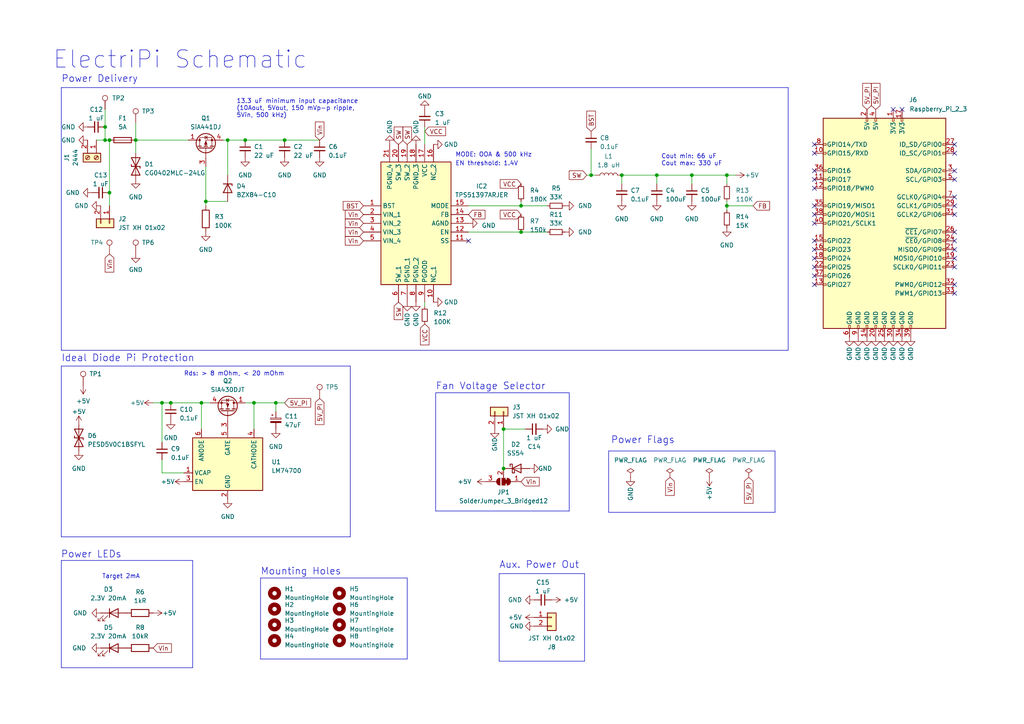
<source format=kicad_sch>
(kicad_sch (version 20230121) (generator eeschema)
  (paper "A4")
  (title_block (title "ElectriPi") (date "2022-07-11") (rev "1.0") (comment 1 "Designed By Sreenivas Eadara") (comment 2 "A Vector 3D Product"))
  (lib_symbols
    (symbol "Connector:Raspberry_Pi_2_3" (pin_names (offset 1.016))
      (property "Reference" "J" (at -17.78 31.75 0))
      (property "Value" "Raspberry_Pi_2_3" (at 10.16 -31.75 0))
      (symbol "Raspberry_Pi_2_3_1_1"
        (pin power_in line (at 2.54 33.02 270) (length 2.54) (name "3V3") (number "1"))
        (pin bidirectional line (at -20.32 20.32 0) (length 2.54) (name "GPIO15/RXD") (number "10"))
        (pin bidirectional line (at -20.32 12.7 0) (length 2.54) (name "GPIO17") (number "11"))
        (pin bidirectional line (at -20.32 10.16 0) (length 2.54) (name "GPIO18/PWM0") (number "12"))
        (pin bidirectional line (at -20.32 -17.78 0) (length 2.54) (name "GPIO27") (number "13"))
        (pin power_in line (at -5.08 -33.02 90) (length 2.54) (name "GND") (number "14"))
        (pin bidirectional line (at -20.32 -5.08 0) (length 2.54) (name "GPIO22") (number "15"))
        (pin bidirectional line (at -20.32 -7.62 0) (length 2.54) (name "GPIO23") (number "16"))
        (pin power_in line (at 5.08 33.02 270) (length 2.54) (name "3V3") (number "17"))
        (pin bidirectional line (at -20.32 -10.16 0) (length 2.54) (name "GPIO24") (number "18"))
        (pin bidirectional line (at 20.32 -10.16 180) (length 2.54) (name "MOSI0/GPIO10") (number "19"))
        (pin power_in line (at -5.08 33.02 270) (length 2.54) (name "5V") (number "2"))
        (pin power_in line (at -2.54 -33.02 90) (length 2.54) (name "GND") (number "20"))
        (pin bidirectional line (at 20.32 -7.62 180) (length 2.54) (name "MISO0/GPIO9") (number "21"))
        (pin bidirectional line (at -20.32 -12.7 0) (length 2.54) (name "GPIO25") (number "22"))
        (pin bidirectional line (at 20.32 -12.7 180) (length 2.54) (name "SCLK0/GPIO11") (number "23"))
        (pin bidirectional line (at 20.32 -5.08 180) (length 2.54) (name "~{CE0}/GPIO8") (number "24"))
        (pin power_in line (at 0 -33.02 90) (length 2.54) (name "GND") (number "25"))
        (pin bidirectional line (at 20.32 -2.54 180) (length 2.54) (name "~{CE1}/GPIO7") (number "26"))
        (pin bidirectional line (at 20.32 22.86 180) (length 2.54) (name "ID_SD/GPIO0") (number "27"))
        (pin bidirectional line (at 20.32 20.32 180) (length 2.54) (name "ID_SC/GPIO1") (number "28"))
        (pin bidirectional line (at 20.32 5.08 180) (length 2.54) (name "GCLK1/GPIO5") (number "29"))
        (pin bidirectional line (at 20.32 15.24 180) (length 2.54) (name "SDA/GPIO2") (number "3"))
        (pin power_in line (at 2.54 -33.02 90) (length 2.54) (name "GND") (number "30"))
        (pin bidirectional line (at 20.32 2.54 180) (length 2.54) (name "GCLK2/GPIO6") (number "31"))
        (pin bidirectional line (at 20.32 -17.78 180) (length 2.54) (name "PWM0/GPIO12") (number "32"))
        (pin bidirectional line (at 20.32 -20.32 180) (length 2.54) (name "PWM1/GPIO13") (number "33"))
        (pin power_in line (at 5.08 -33.02 90) (length 2.54) (name "GND") (number "34"))
        (pin bidirectional line (at -20.32 5.08 0) (length 2.54) (name "GPIO19/MISO1") (number "35"))
        (pin bidirectional line (at -20.32 15.24 0) (length 2.54) (name "GPIO16") (number "36"))
        (pin bidirectional line (at -20.32 -15.24 0) (length 2.54) (name "GPIO26") (number "37"))
        (pin bidirectional line (at -20.32 2.54 0) (length 2.54) (name "GPIO20/MOSI1") (number "38"))
        (pin power_in line (at 7.62 -33.02 90) (length 2.54) (name "GND") (number "39"))
        (pin power_in line (at -2.54 33.02 270) (length 2.54) (name "5V") (number "4"))
        (pin bidirectional line (at -20.32 0 0) (length 2.54) (name "GPIO21/SCLK1") (number "40"))
        (pin bidirectional line (at 20.32 12.7 180) (length 2.54) (name "SCL/GPIO3") (number "5"))
        (pin power_in line (at -10.16 -33.02 90) (length 2.54) (name "GND") (number "6"))
        (pin bidirectional line (at 20.32 7.62 180) (length 2.54) (name "GCLK0/GPIO4") (number "7"))
        (pin bidirectional line (at -20.32 22.86 0) (length 2.54) (name "GPIO14/TXD") (number "8"))
        (pin power_in line (at -7.62 -33.02 90) (length 2.54) (name "GND") (number "9"))
      )
    )
    (symbol "Connector:Screw_Terminal_01x02" (pin_names (offset 1.016) hide)
      (property "Reference" "J" (at 0 2.54 0))
      (property "Value" "Screw_Terminal_01x02" (at 0 -5.08 0))
      (symbol "Screw_Terminal_01x02_1_1"
        (pin passive line (at -5.08 0 0) (length 3.81) (name "Pin_1") (number "1"))
        (pin passive line (at -5.08 -2.54 0) (length 3.81) (name "Pin_2") (number "2"))
      )
    )
    (symbol "Connector:TestPoint" (pin_numbers hide) (pin_names (offset 0.762) hide)
      (property "Reference" "TP" (at 0 6.858 0))
      (property "Value" "TestPoint" (at 0 5.08 0))
      (symbol "TestPoint_1_1"
        (pin passive line (at 0 0 90) (length 2.54) (name "1") (number "1"))
      )
    )
    (symbol "Connector_Generic:Conn_01x02" (pin_names (offset 1.016) hide)
      (property "Reference" "J" (at 0 2.54 0))
      (property "Value" "Conn_01x02" (at 0 -5.08 0))
      (symbol "Conn_01x02_1_1"
        (pin passive line (at -5.08 0 0) (length 3.81) (name "Pin_1") (number "1"))
        (pin passive line (at -5.08 -2.54 0) (length 3.81) (name "Pin_2") (number "2"))
      )
    )
    (symbol "Device:C_Polarized_Small" (pin_numbers hide) (pin_names (offset 0.254) hide)
      (property "Reference" "C" (at 0.254 1.778 0))
      (property "Value" "C_Polarized_Small" (at 0.254 -2.032 0))
      (symbol "C_Polarized_Small_1_1"
        (pin passive line (at 0 2.54 270) (length 1.8542) (name "~") (number "1"))
        (pin passive line (at 0 -2.54 90) (length 1.8542) (name "~") (number "2"))
      )
    )
    (symbol "Device:C_Small" (pin_numbers hide) (pin_names (offset 0.254) hide)
      (property "Reference" "C" (at 0.254 1.778 0))
      (property "Value" "C_Small" (at 0.254 -2.032 0))
      (symbol "C_Small_1_1"
        (pin passive line (at 0 2.54 270) (length 2.032) (name "~") (number "1"))
        (pin passive line (at 0 -2.54 90) (length 2.032) (name "~") (number "2"))
      )
    )
    (symbol "Device:D_Schottky" (pin_numbers hide) (pin_names (offset 1.016) hide)
      (property "Reference" "D" (at 0 2.54 0))
      (property "Value" "D_Schottky" (at 0 -2.54 0))
      (symbol "D_Schottky_1_1"
        (pin passive line (at -3.81 0 0) (length 2.54) (name "K") (number "1"))
        (pin passive line (at 3.81 0 180) (length 2.54) (name "A") (number "2"))
      )
    )
    (symbol "Device:D_TVS" (pin_numbers hide) (pin_names (offset 1.016) hide)
      (property "Reference" "D" (at 0 2.54 0))
      (property "Value" "D_TVS" (at 0 -2.54 0))
      (symbol "D_TVS_1_1"
        (pin passive line (at -3.81 0 0) (length 2.54) (name "A1") (number "1"))
        (pin passive line (at 3.81 0 180) (length 2.54) (name "A2") (number "2"))
      )
    )
    (symbol "Device:Fuse" (pin_numbers hide) (pin_names (offset 0))
      (property "Reference" "F" (at 2.032 0 90))
      (property "Value" "Fuse" (at -1.905 0 90))
      (symbol "Fuse_1_1"
        (pin passive line (at 0 3.81 270) (length 1.27) (name "~") (number "1"))
        (pin passive line (at 0 -3.81 90) (length 1.27) (name "~") (number "2"))
      )
    )
    (symbol "Device:L" (pin_numbers hide) (pin_names (offset 1.016) hide)
      (property "Reference" "L" (at -1.27 0 90))
      (property "Value" "L" (at 1.905 0 90))
      (symbol "L_1_1"
        (pin passive line (at 0 3.81 270) (length 1.27) (name "1") (number "1"))
        (pin passive line (at 0 -3.81 90) (length 1.27) (name "2") (number "2"))
      )
    )
    (symbol "Device:LED" (pin_numbers hide) (pin_names (offset 1.016) hide)
      (property "Reference" "D" (at 0 2.54 0))
      (property "Value" "LED" (at 0 -2.54 0))
      (symbol "LED_1_1"
        (pin passive line (at -3.81 0 0) (length 2.54) (name "K") (number "1"))
        (pin passive line (at 3.81 0 180) (length 2.54) (name "A") (number "2"))
      )
    )
    (symbol "Device:R" (pin_numbers hide) (pin_names (offset 0))
      (property "Reference" "R" (at 2.032 0 90))
      (property "Value" "R" (at 0 0 90))
      (symbol "R_1_1"
        (pin passive line (at 0 3.81 270) (length 1.27) (name "~") (number "1"))
        (pin passive line (at 0 -3.81 90) (length 1.27) (name "~") (number "2"))
      )
    )
    (symbol "Device:R_Small" (pin_numbers hide) (pin_names (offset 0.254) hide)
      (property "Reference" "R" (at 0.762 0.508 0))
      (property "Value" "R_Small" (at 0.762 -1.016 0))
      (symbol "R_Small_1_1"
        (pin passive line (at 0 2.54 270) (length 0.762) (name "~") (number "1"))
        (pin passive line (at 0 -2.54 90) (length 0.762) (name "~") (number "2"))
      )
    )
    (symbol "Diode:BZX84Cxx" (pin_numbers hide) (pin_names hide)
      (property "Reference" "D" (at 0 3.81 0))
      (property "Value" "BZX84Cxx" (at 0 -3.81 0))
      (symbol "BZX84Cxx_1_1"
        (pin passive line (at 3.81 0 180) (length 2.54) (name "A") (number "1"))
        (pin no_connect line (at 1.27 0 180) (length 2.54) hide (name "NC") (number "2"))
        (pin passive line (at -3.81 0 0) (length 2.54) (name "K") (number "3"))
      )
    )
    (symbol "Jumper:SolderJumper_3_Bridged12" (pin_names (offset 0) hide)
      (property "Reference" "JP" (at -2.54 -2.54 0))
      (property "Value" "SolderJumper_3_Bridged12" (at 0 2.794 0))
      (symbol "SolderJumper_3_Bridged12_1_1"
        (pin passive line (at -5.08 0 0) (length 2.54) (name "A") (number "1"))
        (pin passive line (at 0 -3.81 90) (length 2.54) (name "C") (number "2"))
        (pin passive line (at 5.08 0 180) (length 2.54) (name "B") (number "3"))
      )
    )
    (symbol "Mechanical:MountingHole" (pin_names (offset 1.016))
      (property "Reference" "H" (at 0 5.08 0))
      (property "Value" "MountingHole" (at 0 3.175 0))
    )
    (symbol "Power_Management:LM74700"
      (property "Reference" "U" (at -9.525 -8.89 0))
      (property "Value" "LM74700" (at 7.62 -8.89 0))
      (symbol "LM74700_1_1"
        (pin passive line (at -12.7 -2.54 0) (length 2.54) (name "VCAP") (number "1"))
        (pin power_in line (at 0 -10.16 90) (length 2.54) (name "GND") (number "2"))
        (pin input line (at -12.7 -5.08 0) (length 2.54) (name "EN") (number "3"))
        (pin input line (at 7.62 10.16 270) (length 2.54) (name "CATHODE") (number "4"))
        (pin output line (at 0 10.16 270) (length 2.54) (name "GATE") (number "5"))
        (pin power_in line (at -7.62 10.16 270) (length 2.54) (name "ANODE") (number "6"))
      )
    )
    (symbol "TPS51397ARJER_1"
      (property "Reference" "IC" (at 26.67 17.78 0))
      (property "Value" "TPS51397ARJER" (at 26.67 15.24 0))
      (symbol "TPS51397ARJER_1_1_1"
        (pin passive line (at 0 0 0) (length 5.08) (name "BST") (number "1"))
        (pin passive line (at 20.32 -27.94 90) (length 5.08) (name "NC_1") (number "10"))
        (pin passive line (at 30.48 -10.16 180) (length 5.08) (name "SS") (number "11"))
        (pin passive line (at 30.48 -7.62 180) (length 5.08) (name "EN") (number "12"))
        (pin passive line (at 30.48 -5.08 180) (length 5.08) (name "AGND") (number "13"))
        (pin passive line (at 30.48 -2.54 180) (length 5.08) (name "FB") (number "14"))
        (pin passive line (at 30.48 0 180) (length 5.08) (name "MODE") (number "15"))
        (pin passive line (at 20.32 17.78 270) (length 5.08) (name "NC_2") (number "16"))
        (pin passive line (at 17.78 17.78 270) (length 5.08) (name "VCC") (number "17"))
        (pin passive line (at 15.24 17.78 270) (length 5.08) (name "PGND_3") (number "18"))
        (pin passive line (at 12.7 17.78 270) (length 5.08) (name "SW_2") (number "19"))
        (pin passive line (at 0 -2.54 0) (length 5.08) (name "VIN_1") (number "2"))
        (pin passive line (at 10.16 17.78 270) (length 5.08) (name "SW_3") (number "20"))
        (pin passive line (at 7.62 17.78 270) (length 5.08) (name "PGND_4") (number "21"))
        (pin passive line (at 0 -5.08 0) (length 5.08) (name "VIN_2") (number "3"))
        (pin passive line (at 0 -7.62 0) (length 5.08) (name "VIN_3") (number "4"))
        (pin passive line (at 0 -10.16 0) (length 5.08) (name "VIN_4") (number "5"))
        (pin passive line (at 10.16 -27.94 90) (length 5.08) (name "SW_1") (number "6"))
        (pin passive line (at 12.7 -27.94 90) (length 5.08) (name "PGND_1") (number "7"))
        (pin passive line (at 15.24 -27.94 90) (length 5.08) (name "PGND_2") (number "8"))
        (pin passive line (at 17.78 -27.94 90) (length 5.08) (name "PGOOD") (number "9"))
      )
    )
    (symbol "Transistor_FET:SiA430DJT" (pin_names hide)
      (property "Reference" "Q" (at 5.08 1.905 0))
      (property "Value" "SiA430DJT" (at 5.08 0 0))
      (symbol "SiA430DJT_1_1"
        (pin passive line (at 2.54 5.08 270) (length 2.54) (name "D") (number "1"))
        (pin passive line (at -5.08 0 0) (length 2.54) (name "G") (number "3"))
        (pin passive line (at 2.54 -5.08 90) (length 2.54) (name "S") (number "4"))
      )
    )
    (symbol "Transistor_FET:SiA449DJ" (pin_names hide)
      (property "Reference" "Q" (at 5.08 1.905 0))
      (property "Value" "SiA449DJ" (at 5.08 0 0))
      (symbol "SiA449DJ_1_1"
        (pin passive line (at 2.54 5.08 270) (length 2.54) (name "D") (number "1"))
        (pin passive line (at -5.08 0 0) (length 2.54) (name "G") (number "3"))
        (pin passive line (at 2.54 -5.08 90) (length 2.54) (name "S") (number "4"))
      )
    )
    (symbol "power:+5V" (power) (pin_names (offset 0))
      (property "Value" "+5V" (at 0 3.556 0))
      (symbol "+5V_1_1"
        (pin power_in line (at 0 0 90) (length 0) hide (name "+5V") (number "1"))
      )
    )
    (symbol "power:GND" (power) (pin_names (offset 0))
      (property "Value" "GND" (at 0 -3.81 0))
      (symbol "GND_1_1"
        (pin power_in line (at 0 0 270) (length 0) hide (name "GND") (number "1"))
      )
    )
    (symbol "power:PWR_FLAG" (power) (pin_numbers hide) (pin_names (offset 0) hide)
      (property "Value" "PWR_FLAG" (at 0 3.81 0))
      (symbol "PWR_FLAG_0_0"
        (pin power_out line (at 0 0 90) (length 0) (name "pwr") (number "1"))
      )
    )
  )
  (junction (at 210.82 59.69))
  (junction (at 151.13 67.31))
  (junction (at 80.01 116.84))
  (junction (at 39.37 40.64))
  (junction (at 46.99 116.84))
  (junction (at 31.75 55.88))
  (junction (at 210.82 50.8))
  (junction (at 59.69 58.42))
  (junction (at 151.13 59.69))
  (junction (at 82.55 40.64))
  (junction (at 180.34 50.8))
  (junction (at 146.05 135.89))
  (junction (at 30.48 36.83))
  (junction (at 31.75 40.64))
  (junction (at 66.04 40.64))
  (junction (at 49.53 116.84))
  (junction (at 146.05 124.46))
  (junction (at 171.45 50.8))
  (junction (at 71.12 40.64))
  (junction (at 73.66 116.84))
  (junction (at 190.5 50.8))
  (junction (at 30.48 40.64))
  (junction (at 58.42 116.84))
  (junction (at 200.66 50.8))
  (no_connect (at 259.08 31.75))
  (no_connect (at 276.86 41.91))
  (no_connect (at 276.86 44.45))
  (no_connect (at 236.22 82.55))
  (no_connect (at 236.22 74.93))
  (no_connect (at 236.22 72.39))
  (no_connect (at 236.22 77.47))
  (no_connect (at 236.22 80.01))
  (no_connect (at 236.22 64.77))
  (no_connect (at 236.22 59.69))
  (no_connect (at 236.22 69.85))
  (no_connect (at 236.22 62.23))
  (no_connect (at 236.22 54.61))
  (no_connect (at 276.86 85.09))
  (no_connect (at 276.86 59.69))
  (no_connect (at 276.86 62.23))
  (no_connect (at 276.86 57.15))
  (no_connect (at 276.86 82.55))
  (no_connect (at 276.86 67.31))
  (no_connect (at 236.22 49.53))
  (no_connect (at 236.22 52.07))
  (no_connect (at 276.86 69.85))
  (no_connect (at 276.86 72.39))
  (no_connect (at 276.86 74.93))
  (no_connect (at 276.86 77.47))
  (no_connect (at 236.22 41.91))
  (no_connect (at 236.22 44.45))
  (no_connect (at 261.62 31.75))
  (no_connect (at 276.86 49.53))
  (no_connect (at 276.86 52.07))
  (no_connect (at 135.89 69.85))
  (wire (pts (xy 151.13 58.42) (xy 151.13 59.69)))
  (wire (pts (xy 210.82 53.34) (xy 210.82 50.8)))
  (polyline (pts (xy 75.565 167.64) (xy 118.11 167.64)))
  (wire (pts (xy 151.13 67.31) (xy 158.75 67.31)))
  (polyline (pts (xy 144.78 166.37) (xy 144.78 191.77)))
  (wire (pts (xy 190.5 50.8) (xy 200.66 50.8)))
  (wire (pts (xy 73.66 116.84) (xy 80.01 116.84)))
  (wire (pts (xy 146.05 124.46) (xy 152.4 124.46)))
  (wire (pts (xy 135.89 59.69) (xy 151.13 59.69)))
  (wire (pts (xy 180.34 50.8) (xy 180.34 53.34)))
  (wire (pts (xy 46.99 116.84) (xy 49.53 116.84)))
  (wire (pts (xy 64.77 40.64) (xy 66.04 40.64)))
  (wire (pts (xy 171.45 50.8) (xy 172.72 50.8)))
  (wire (pts (xy 27.94 40.64) (xy 30.48 40.64)))
  (polyline (pts (xy 17.78 25.4) (xy 228.6 25.4)))
  (wire (pts (xy 66.04 40.64) (xy 66.04 50.8)))
  (wire (pts (xy 39.37 40.64) (xy 39.37 44.45)))
  (wire (pts (xy 49.53 116.84) (xy 58.42 116.84)))
  (wire (pts (xy 59.69 58.42) (xy 59.69 48.26)))
  (wire (pts (xy 170.18 50.8) (xy 171.45 50.8)))
  (wire (pts (xy 158.75 59.69) (xy 151.13 59.69)))
  (polyline (pts (xy 55.88 193.675) (xy 55.88 162.56)))
  (wire (pts (xy 59.69 58.42) (xy 59.69 59.69)))
  (polyline (pts (xy 17.78 106.172) (xy 101.6 106.172)))
  (polyline (pts (xy 176.53 130.81) (xy 224.79 130.81)))
  (wire (pts (xy 31.75 59.69) (xy 31.75 55.88)))
  (wire (pts (xy 30.48 36.83) (xy 30.48 40.64)))
  (polyline (pts (xy 17.78 193.675) (xy 55.88 193.675)))
  (wire (pts (xy 73.66 116.84) (xy 71.12 116.84)))
  (polyline (pts (xy 228.6 101.6) (xy 17.78 101.6)))
  (polyline (pts (xy 165.1 148.209) (xy 126.365 148.209)))
  (wire (pts (xy 39.37 35.56) (xy 39.37 40.64)))
  (wire (pts (xy 30.48 31.75) (xy 30.48 36.83)))
  (wire (pts (xy 44.45 116.84) (xy 46.99 116.84)))
  (wire (pts (xy 171.45 43.18) (xy 171.45 50.8)))
  (polyline (pts (xy 165.1 113.919) (xy 165.1 148.209)))
  (polyline (pts (xy 17.78 25.4) (xy 17.78 101.6)))
  (wire (pts (xy 58.42 116.84) (xy 58.42 124.46)))
  (wire (pts (xy 200.66 50.8) (xy 200.66 53.34)))
  (wire (pts (xy 190.5 50.8) (xy 190.5 53.34)))
  (wire (pts (xy 46.99 137.16) (xy 53.34 137.16)))
  (polyline (pts (xy 17.78 162.56) (xy 55.88 162.56)))
  (polyline (pts (xy 101.6 155.702) (xy 17.78 155.702)))
  (wire (pts (xy 180.34 50.8) (xy 190.5 50.8)))
  (wire (pts (xy 31.75 40.64) (xy 30.48 40.64)))
  (polyline (pts (xy 228.6 25.4) (xy 228.6 101.6)))
  (polyline (pts (xy 144.78 166.37) (xy 169.545 166.37)))
  (polyline (pts (xy 17.78 162.56) (xy 17.78 193.675)))
  (polyline (pts (xy 75.565 167.64) (xy 75.565 191.135)))
  (polyline (pts (xy 118.11 167.64) (xy 118.11 191.135)))
  (wire (pts (xy 46.99 116.84) (xy 46.99 128.27)))
  (wire (pts (xy 73.66 116.84) (xy 73.66 124.46)))
  (polyline (pts (xy 101.6 106.172) (xy 101.6 155.702)))
  (wire (pts (xy 123.19 88.9) (xy 123.19 87.63)))
  (polyline (pts (xy 224.79 148.59) (xy 176.53 148.59)))
  (wire (pts (xy 82.55 116.84) (xy 80.01 116.84)))
  (wire (pts (xy 146.05 124.46) (xy 146.05 135.89)))
  (polyline (pts (xy 176.53 130.81) (xy 176.53 148.59)))
  (polyline (pts (xy 169.545 191.77) (xy 144.78 191.77)))
  (wire (pts (xy 210.82 50.8) (xy 213.36 50.8)))
  (wire (pts (xy 210.82 59.69) (xy 210.82 60.96)))
  (wire (pts (xy 200.66 50.8) (xy 210.82 50.8)))
  (wire (pts (xy 59.69 58.42) (xy 66.04 58.42)))
  (polyline (pts (xy 169.545 166.37) (xy 169.545 191.77)))
  (wire (pts (xy 210.82 58.42) (xy 210.82 59.69)))
  (polyline (pts (xy 17.78 106.172) (xy 17.78 155.702)))
  (polyline (pts (xy 118.11 191.135) (xy 75.565 191.135)))
  (wire (pts (xy 39.37 40.64) (xy 54.61 40.64)))
  (wire (pts (xy 80.01 119.38) (xy 80.01 116.84)))
  (wire (pts (xy 71.12 40.64) (xy 66.04 40.64)))
  (wire (pts (xy 31.75 55.88) (xy 31.75 40.64)))
  (wire (pts (xy 46.99 133.35) (xy 46.99 137.16)))
  (wire (pts (xy 135.89 67.31) (xy 151.13 67.31)))
  (polyline (pts (xy 126.365 113.919) (xy 126.365 148.209)))
  (wire (pts (xy 82.55 40.64) (xy 71.12 40.64)))
  (wire (pts (xy 218.44 59.69) (xy 210.82 59.69)))
  (polyline (pts (xy 126.365 113.919) (xy 165.1 113.919)))
  (wire (pts (xy 123.19 36.83) (xy 123.19 41.91)))
  (polyline (pts (xy 224.79 130.81) (xy 224.79 148.59)))
  (wire (pts (xy 58.42 116.84) (xy 60.96 116.84)))
  (wire (pts (xy 92.71 40.64) (xy 82.55 40.64)))
  (text "Ideal Diode Pi Protection" (at 17.78 105.156 0) (effects (font (size 2 2)) (justify left bottom)))
  (text "Mounting Holes" (at 75.565 167.005 0) (effects (font (size 2 2)) (justify left bottom)))
  (text "Target 2mA" (at 29.591 168.021 0) (effects (font (size 1.27 1.27)) (justify left bottom)))
  (text "Rds: > 8 mOhm, < 20 mOhm" (at 53.34 109.22 0) (effects (font (size 1.27 1.27)) (justify left bottom)))
  (text "MODE: OOA & 500 kHz" (at 132.08 45.72 0) (effects (font (size 1.27 1.27)) (justify left bottom)))
  (text "Fan Voltage Selector" (at 126.365 113.284 0) (effects (font (size 2 2)) (justify left bottom)))
  (text "Cout min: 66 uF\nCout max: 330 uF" (at 191.77 48.26 0) (effects (font (size 1.27 1.27)) (justify left bottom)))
  (text "ElectriPi Schematic" (at 15.24 20.32 0) (effects (font (size 5 5)) (justify left bottom)))
  (text "13.3 uF minimum input capacitance\n(10Aout, 5Vout, 150 mVp-p ripple,\n5Vin, 500 kHz)" (at 68.58 34.29 0) (effects (font (size 1.27 1.27)) (justify left bottom)))
  (text "EN threshold: 1.4V" (at 132.08 48.26 0) (effects (font (size 1.27 1.27)) (justify left bottom)))
  (text "Aux. Power Out" (at 144.78 165.1 0) (effects (font (size 2 2)) (justify left bottom)))
  (text "Power Flags" (at 177.165 128.905 0) (effects (font (size 2 2)) (justify left bottom)))
  (text "Power LEDs" (at 17.653 162.052 0) (effects (font (size 2 2)) (justify left bottom)))
  (text "Power Delivery" (at 17.78 24.13 0) (effects (font (size 2 2)) (justify left bottom)))
  (global_label "5V_PI" (shape input) (at 92.71 115.57 270) (property "Intersheetrefs" "${INTERSHEET_REFS}" (effects hide)))
  (global_label "Vin" (shape input) (at 105.41 69.85 180) (property "Intersheetrefs" "${INTERSHEET_REFS}" (effects hide)))
  (global_label "SW" (shape input) (at 170.18 50.8 180) (property "Intersheetrefs" "${INTERSHEET_REFS}" (effects hide)))
  (global_label "5V_PI" (shape input) (at 217.17 138.43 270) (property "Intersheetrefs" "${INTERSHEET_REFS}" (effects hide)))
  (global_label "VCC" (shape input) (at 123.19 38.1 0) (property "Intersheetrefs" "${INTERSHEET_REFS}" (effects hide)))
  (global_label "Vin" (shape input) (at 105.41 64.77 180) (property "Intersheetrefs" "${INTERSHEET_REFS}" (effects hide)))
  (global_label "5V_PI" (shape input) (at 251.46 31.75 90) (property "Intersheetrefs" "${INTERSHEET_REFS}" (effects hide)))
  (global_label "5V_PI" (shape input) (at 82.55 116.84 0) (property "Intersheetrefs" "${INTERSHEET_REFS}" (effects hide)))
  (global_label "Vin" (shape input) (at 194.31 138.43 270) (property "Intersheetrefs" "${INTERSHEET_REFS}" (effects hide)))
  (global_label "SW" (shape input) (at 115.57 41.91 90) (property "Intersheetrefs" "${INTERSHEET_REFS}" (effects hide)))
  (global_label "Vin" (shape input) (at 105.41 67.31 180) (property "Intersheetrefs" "${INTERSHEET_REFS}" (effects hide)))
  (global_label "5V_PI" (shape input) (at 254 31.75 90) (property "Intersheetrefs" "${INTERSHEET_REFS}" (effects hide)))
  (global_label "VCC" (shape input) (at 123.19 93.98 270) (property "Intersheetrefs" "${INTERSHEET_REFS}" (effects hide)))
  (global_label "Vin" (shape input) (at 151.13 139.7 0) (property "Intersheetrefs" "${INTERSHEET_REFS}" (effects hide)))
  (global_label "FB" (shape input) (at 218.44 59.69 0) (property "Intersheetrefs" "${INTERSHEET_REFS}" (effects hide)))
  (global_label "VCC" (shape input) (at 151.13 53.34 180) (property "Intersheetrefs" "${INTERSHEET_REFS}" (effects hide)))
  (global_label "VCC" (shape input) (at 151.13 62.23 180) (property "Intersheetrefs" "${INTERSHEET_REFS}" (effects hide)))
  (global_label "SW" (shape input) (at 118.11 41.91 90) (property "Intersheetrefs" "${INTERSHEET_REFS}" (effects hide)))
  (global_label "Vin" (shape input) (at 105.41 62.23 180) (property "Intersheetrefs" "${INTERSHEET_REFS}" (effects hide)))
  (global_label "BST" (shape input) (at 105.41 59.69 180) (property "Intersheetrefs" "${INTERSHEET_REFS}" (effects hide)))
  (global_label "Vin" (shape input) (at 31.75 73.66 270) (property "Intersheetrefs" "${INTERSHEET_REFS}" (effects hide)))
  (global_label "BST" (shape input) (at 171.45 38.1 90) (property "Intersheetrefs" "${INTERSHEET_REFS}" (effects hide)))
  (global_label "SW" (shape input) (at 115.57 87.63 270) (property "Intersheetrefs" "${INTERSHEET_REFS}" (effects hide)))
  (global_label "Vin" (shape input) (at 92.71 40.64 90) (property "Intersheetrefs" "${INTERSHEET_REFS}" (effects hide)))
  (global_label "Vin" (shape input) (at 44.45 187.96 0) (property "Intersheetrefs" "${INTERSHEET_REFS}" (effects hide)))
  (global_label "FB" (shape input) (at 135.89 62.23 0) (property "Intersheetrefs" "${INTERSHEET_REFS}" (effects hide)))
  (symbol (lib_id "Connector:TestPoint") (at 39.37 35.56 0) (unit 1)
    (property "Reference" "TP3" (at 41.148 32.2579 0) (effects (justify left)))
    (property "Value" "TestPoint" (effects hide))
    (property "Footprint" "TestPoint:TestPoint_Pad_D1.5mm" (effects hide))
  )
  (symbol (lib_id "power:GND") (at 25.4 40.64 270) (unit 1)
    (property "Reference" "#PWR01" (effects hide))
    (property "Value" "GND" (at 17.78 40.64 90) (effects (justify left)))
  )
  (symbol (lib_id "power:GND") (at 210.82 66.04 0) (unit 1)
    (property "Reference" "#PWR035" (effects hide))
    (property "Value" "GND" (at 210.82 71.12 0))
  )
  (symbol (lib_id "Device:C_Small") (at 92.71 43.18 0) (unit 1)
    (property "Reference" "C6" (at 95.25 42.5513 0) (effects (justify left)))
    (property "Value" "0.1uF" (at 95.25 45.0913 0) (effects (justify left)))
    (property "Footprint" "Capacitor_SMD:C_0402_1005Metric" (effects hide))
  )
  (symbol (lib_id "power:GND") (at 254 97.79 0) (unit 1)
    (property "Reference" "#PWR022" (effects hide))
    (property "Value" "GND" (at 254 102.616 90))
  )
  (symbol (lib_id "power:GND") (at 71.12 45.72 0) (unit 1)
    (property "Reference" "#PWR030" (effects hide))
    (property "Value" "GND" (at 71.12 50.8 0))
  )
  (symbol (lib_id "Device:LED") (at 33.02 177.8 0) (unit 1)
    (property "Reference" "D3" (at 31.4325 170.942 0))
    (property "Value" "2.3V 20mA" (at 31.4325 173.482 0))
    (property "Footprint" "LED_SMD:LED_0603_1608Metric" (effects hide))
    (property "LCSC" "C72038" (effects hide))
    (property "PCBway" "19-213/Y2C-CQ2R2L/3T(CY)" (effects hide))
    (property "abv.Footprint" "0603" (effects hide))
    (property "ManfNum" "19-213/Y2C-CQ2R2L/3T(CY)" (effects hide))
  )
  (symbol (lib_id "Mechanical:MountingHole") (at 79.629 185.801 0) (unit 1) (in_bom no)
    (property "Reference" "H4" (at 82.55 184.5309 0) (effects (justify left)))
    (property "Value" "MountingHole" (at 82.55 187.0709 0) (effects (justify left)))
    (property "Footprint" "MountingHole:MountingHole_2.7mm_M2.5_DIN965_Pad" (effects hide))
  )
  (symbol (lib_name "TPS51397ARJER_1") (lib_id "TPS51397ARJER:TPS51397ARJER") (at 105.41 59.69 0) (unit 1)
    (property "Reference" "IC2" (at 139.7 54.0003 0))
    (property "Value" "TPS51397ARJER" (at 139.7 56.5403 0))
    (property "Footprint" "Package_DFN_QFN:QFN-20-1EP_3x3mm_P0.45mm_EP1.6x1.6mm_ThermalVias" (effects hide))
    (property "Datasheet" "https://www.ti.com/lit/gpn/tps51397a?HQS=ti-null-null-sf-df-pf-sep-wwe&DCM=yes" (effects hide))
    (property "Height" "1" (effects hide))
    (property "Manufacturer_Name" "Texas Instruments" (effects hide))
    (property "Manufacturer_Part_Number" "TPS51397ARJER" (effects hide))
    (property "Mouser Part Number" "595-TPS51397ARJER" (effects hide))
    (property "Mouser Price/Stock" "https://www.mouser.co.uk/ProductDetail/Texas-Instruments/TPS51397ARJER?qs=zW32dvEIR3tVIiXzefAlYA%3D%3D" (effects hide))
    (property "Arrow Part Number" "TPS51397ARJER" (effects hide))
    (property "Arrow Price/Stock" "https://www.arrow.com/en/products/tps51397arjer/texas-instruments?region=nac" (effects hide))
  )
  (symbol (lib_id "power:GND") (at 157.48 124.46 90) (unit 1)
    (property "Reference" "#PWR044" (effects hide))
    (property "Value" "GND" (at 165.1 124.46 90) (effects (justify left)))
  )
  (symbol (lib_id "power:+5V") (at 22.86 123.19 0) (unit 1)
    (property "Reference" "#PWR038" (effects hide))
    (property "Value" "+5V" (at 22.86 119.38 0))
  )
  (symbol (lib_id "power:GND") (at 39.37 52.07 0) (unit 1)
    (property "Reference" "#PWR018" (effects hide))
    (property "Value" "GND" (at 39.37 57.15 0))
  )
  (symbol (lib_id "power:GND") (at 113.03 41.91 180) (unit 1)
    (property "Reference" "#PWR012" (effects hide))
    (property "Value" "GND" (at 113.03 36.83 90))
  )
  (symbol (lib_id "Diode:BZX84Cxx") (at 66.04 54.61 270) (unit 1)
    (property "Reference" "D4" (at 68.58 53.975 90) (effects (justify left)))
    (property "Value" "BZX84-C10" (at 68.58 56.515 90) (effects (justify left)))
    (property "Footprint" "Package_TO_SOT_SMD:SOT-23" (effects hide))
    (property "Datasheet" "https://www.mouser.com/datasheet/2/916/BZX84_SER-1360291.pdf" (effects hide))
  )
  (symbol (lib_id "power:PWR_FLAG") (at 217.17 138.43 0) (unit 1)
    (property "Reference" "#FLG04" (effects hide))
    (property "Value" "PWR_FLAG" (at 217.17 133.477 0))
  )
  (symbol (lib_id "Connector_Generic:Conn_01x02") (at 146.05 119.38 270) (mirror x) (unit 1) (in_bom no)
    (property "Reference" "J3" (at 148.59 118.1099 90) (effects (justify left)))
    (property "Value" "JST XH 01x02" (at 148.59 120.6499 90) (effects (justify left)))
    (property "Footprint" "Connector_JST:JST_XH_B2B-XH-A_1x02_P2.50mm_Vertical" (effects hide))
    (property "LCSC" "C492456" (effects hide))
  )
  (symbol (lib_id "power:GND") (at 246.38 97.79 0) (unit 1)
    (property "Reference" "#PWR019" (effects hide))
    (property "Value" "GND" (at 246.38 102.616 90))
  )
  (symbol (lib_id "Device:C_Small") (at 180.34 55.88 0) (unit 1)
    (property "Reference" "C7" (at 182.88 55.2513 0) (effects (justify left)))
    (property "Value" "0.1uF" (at 182.88 57.7913 0) (effects (justify left)))
    (property "Footprint" "Capacitor_SMD:C_0402_1005Metric" (effects hide))
  )
  (symbol (lib_id "power:PWR_FLAG") (at 205.74 138.43 0) (unit 1)
    (property "Reference" "#FLG03" (effects hide))
    (property "Value" "PWR_FLAG" (at 205.74 133.477 0))
  )
  (symbol (lib_id "Device:C_Small") (at 190.5 55.88 0) (unit 1)
    (property "Reference" "C4" (at 193.04 55.2513 0) (effects (justify left)))
    (property "Value" "100uF" (at 193.04 57.7913 0) (effects (justify left)))
    (property "Footprint" "Capacitor_SMD:C_1206_3216Metric" (effects hide))
  )
  (symbol (lib_id "power:+5V") (at 213.36 50.8 270) (unit 1)
    (property "Reference" "#PWR053" (effects hide))
    (property "Value" "+5V" (at 220.091 50.8 90) (effects (justify right)))
  )
  (symbol (lib_id "Device:R_Small") (at 161.29 67.31 90) (unit 1)
    (property "Reference" "R11" (at 161.29 62.23 90))
    (property "Value" "33K" (at 161.29 64.77 90))
    (property "Footprint" "Resistor_SMD:R_0402_1005Metric" (effects hide))
  )
  (symbol (lib_id "Device:C_Small") (at 82.55 43.18 0) (unit 1)
    (property "Reference" "C2" (at 85.09 42.5513 0) (effects (justify left)))
    (property "Value" "22 uF" (at 85.09 45.0913 0) (effects (justify left)))
    (property "Footprint" "Capacitor_SMD:C_0805_2012Metric" (effects hide))
  )
  (symbol (lib_id "Device:C_Small") (at 123.19 34.29 180) (unit 1)
    (property "Reference" "C3" (at 126.111 33.0135 0) (effects (justify right)))
    (property "Value" "1 uF" (at 126.111 35.5535 0) (effects (justify right)))
    (property "Footprint" "Capacitor_SMD:C_0603_1608Metric" (effects hide))
    (property "LCSC" "C15849" (effects hide))
    (property "PCBway" "CL10A105KB8NNNC" (effects hide))
    (property "abv.Footprint" "0603" (effects hide))
    (property "ManfNum" "CL10A105KB8NNNC" (effects hide))
  )
  (symbol (lib_id "Device:C_Small") (at 49.53 119.38 0) (unit 1)
    (property "Reference" "C10" (at 52.07 118.7513 0) (effects (justify left)))
    (property "Value" "0.1uF" (at 52.07 121.2913 0) (effects (justify left)))
    (property "Footprint" "Capacitor_SMD:C_0402_1005Metric" (effects hide))
  )
  (symbol (lib_id "Connector:TestPoint") (at 92.71 115.57 0) (unit 1)
    (property "Reference" "TP5" (at 94.488 112.2679 0) (effects (justify left)))
    (property "Value" "TestPoint" (effects hide))
    (property "Footprint" "TestPoint:TestPoint_Pad_D1.5mm" (effects hide))
  )
  (symbol (lib_id "Connector:TestPoint") (at 24.13 111.76 0) (unit 1)
    (property "Reference" "TP1" (at 25.908 108.4579 0) (effects (justify left)))
    (property "Value" "TestPoint" (effects hide))
    (property "Footprint" "TestPoint:TestPoint_Pad_D1.5mm" (effects hide))
  )
  (symbol (lib_id "Connector:Screw_Terminal_01x02") (at 27.94 45.72 270) (unit 1) (in_bom no)
    (property "Reference" "J1" (at 19.3548 45.72 0))
    (property "Value" "2444" (at 21.8948 45.72 0))
    (property "Footprint" "TerminalBlock_4Ucon:TerminalBlock_4Ucon_1x02_P3.50mm_Horizontal" (effects hide))
    (property "LCSC" "C123214" (effects hide))
  )
  (symbol (lib_id "power:GND") (at 256.54 97.79 0) (unit 1)
    (property "Reference" "#PWR023" (effects hide))
    (property "Value" "GND" (at 256.54 102.616 90))
  )
  (symbol (lib_id "power:GND") (at 39.37 73.66 0) (unit 1)
    (property "Reference" "#PWR010" (effects hide))
    (property "Value" "GND" (at 39.37 78.232 0))
  )
  (symbol (lib_id "power:GND") (at 120.65 87.63 0) (unit 1)
    (property "Reference" "#PWR03" (effects hide))
    (property "Value" "GND" (at 120.65 92.71 90))
  )
  (symbol (lib_id "Device:R") (at 40.64 187.96 90) (unit 1)
    (property "Reference" "R8" (at 40.64 181.991 90))
    (property "Value" "10kR" (at 40.64 184.531 90))
    (property "Footprint" "Resistor_SMD:R_0402_1005Metric" (effects hide))
    (property "LCSC" "C25867" (effects hide))
    (property "PCBway" "0402WGF1501TCE" (effects hide))
    (property "abv.Footprint" "0402" (effects hide))
    (property "ManfNum" "0402WGF1501TCE" (effects hide))
  )
  (symbol (lib_id "power:GND") (at 154.94 173.99 270) (unit 1)
    (property "Reference" "#PWR045" (effects hide))
    (property "Value" "GND" (at 147.32 173.99 90) (effects (justify left)))
  )
  (symbol (lib_id "Device:C_Small") (at 27.94 36.83 270) (unit 1)
    (property "Reference" "C12" (at 27.9336 31.75 90))
    (property "Value" "1 uF" (at 27.9336 34.29 90))
    (property "Footprint" "Capacitor_SMD:C_0603_1608Metric" (effects hide))
    (property "LCSC" "C15849" (effects hide))
    (property "PCBway" "CL10A105KB8NNNC" (effects hide))
    (property "abv.Footprint" "0603" (effects hide))
    (property "ManfNum" "CL10A105KB8NNNC" (effects hide))
  )
  (symbol (lib_id "Connector:TestPoint") (at 39.37 73.66 0) (unit 1)
    (property "Reference" "TP6" (at 41.148 70.358 0) (effects (justify left)))
    (property "Value" "TestPoint" (effects hide))
    (property "Footprint" "TestPoint:TestPoint_Pad_D1.5mm" (effects hide))
  )
  (symbol (lib_id "power:GND") (at 66.04 144.78 0) (unit 1)
    (property "Reference" "#PWR014" (effects hide))
    (property "Value" "GND" (at 66.04 149.86 0))
  )
  (symbol (lib_id "Mechanical:MountingHole") (at 79.629 181.229 0) (unit 1) (in_bom no)
    (property "Reference" "H3" (at 82.55 179.9589 0) (effects (justify left)))
    (property "Value" "MountingHole" (at 82.55 182.4989 0) (effects (justify left)))
    (property "Footprint" "MountingHole:MountingHole_2.7mm_M2.5_DIN965_Pad" (effects hide))
  )
  (symbol (lib_id "power:+5V") (at 140.97 139.7 90) (unit 1)
    (property "Reference" "#PWR06" (effects hide))
    (property "Value" "+5V" (at 136.779 139.7001 90) (effects (justify left)))
  )
  (symbol (lib_id "power:GND") (at 259.08 97.79 0) (unit 1)
    (property "Reference" "#PWR025" (effects hide))
    (property "Value" "GND" (at 259.08 102.616 90))
  )
  (symbol (lib_id "power:+5V") (at 24.13 111.76 180) (unit 1)
    (property "Reference" "#PWR0101" (effects hide))
    (property "Value" "+5V" (at 24.13 116.332 0))
  )
  (symbol (lib_id "power:GND") (at 154.94 181.61 270) (unit 1)
    (property "Reference" "#PWR08" (effects hide))
    (property "Value" "GND" (at 149.86 181.61 90))
  )
  (symbol (lib_id "Device:R") (at 59.69 63.5 180) (unit 1)
    (property "Reference" "R3" (at 62.23 62.865 0) (effects (justify right)))
    (property "Value" "100K" (at 62.23 65.405 0) (effects (justify right)))
    (property "Footprint" "Resistor_SMD:R_0402_1005Metric" (effects hide))
    (property "abv.Footprint" "0402" (effects hide))
  )
  (symbol (lib_id "power:GND") (at 26.67 55.88 270) (unit 1)
    (property "Reference" "#PWR043" (effects hide))
    (property "Value" "GND" (at 19.05 55.88 90) (effects (justify left)))
  )
  (symbol (lib_id "power:GND") (at 182.88 138.43 0) (unit 1)
    (property "Reference" "#PWR048" (effects hide))
    (property "Value" "GND" (at 182.88 143.256 90))
  )
  (symbol (lib_id "Mechanical:MountingHole") (at 79.629 176.657 0) (unit 1) (in_bom no)
    (property "Reference" "H2" (at 82.55 175.3869 0) (effects (justify left)))
    (property "Value" "MountingHole" (at 82.55 177.9269 0) (effects (justify left)))
    (property "Footprint" "MountingHole:MountingHole_2.7mm_M2.5_DIN965_Pad" (effects hide))
  )
  (symbol (lib_id "Mechanical:MountingHole") (at 98.425 181.229 0) (unit 1) (in_bom no)
    (property "Reference" "H7" (at 101.346 179.9589 0) (effects (justify left)))
    (property "Value" "MountingHole" (at 101.346 182.4989 0) (effects (justify left)))
    (property "Footprint" "MountingHole:MountingHole_3.5mm" (effects hide))
  )
  (symbol (lib_id "power:+5V") (at 154.94 179.07 90) (unit 1)
    (property "Reference" "#PWR05" (effects hide))
    (property "Value" "+5V" (at 149.352 179.07 90))
  )
  (symbol (lib_id "Device:R_Small") (at 151.13 55.88 0) (unit 1)
    (property "Reference" "R4" (at 153.67 55.245 0) (effects (justify left)))
    (property "Value" "180K" (at 153.67 57.785 0) (effects (justify left)))
    (property "Footprint" "Resistor_SMD:R_0402_1005Metric" (effects hide))
  )
  (symbol (lib_id "Device:R_Small") (at 210.82 63.5 0) (unit 1)
    (property "Reference" "R14" (at 213.36 62.865 0) (effects (justify left)))
    (property "Value" "15K" (at 213.36 65.405 0) (effects (justify left)))
    (property "Footprint" "Resistor_SMD:R_0402_1005Metric" (effects hide))
  )
  (symbol (lib_id "power:GND") (at 22.86 130.81 0) (unit 1)
    (property "Reference" "#PWR039" (effects hide))
    (property "Value" "GND" (at 22.86 135.89 0))
  )
  (symbol (lib_id "Device:C_Polarized_Small") (at 80.01 121.92 0) (unit 1)
    (property "Reference" "C11" (at 82.55 120.7389 0) (effects (justify left)))
    (property "Value" "47uF" (at 82.55 123.2789 0) (effects (justify left)))
    (property "Footprint" "Capacitor_Tantalum_SMD:CP_EIA-3528-15_AVX-H" (effects hide))
    (property "Datasheet" "https://datasheets.kyocera-avx.com/TPS.pdf" (effects hide))
    (property "DigiKey" "478-3085-2-ND" (effects hide))
  )
  (symbol (lib_id "power:GND") (at 29.21 177.8 270) (unit 1)
    (property "Reference" "#PWR046" (effects hide))
    (property "Value" "GND" (at 25.273 177.7999 90) (effects (justify right)))
  )
  (symbol (lib_id "Device:R_Small") (at 151.13 64.77 0) (unit 1)
    (property "Reference" "R7" (at 153.67 64.135 0) (effects (justify left)))
    (property "Value" "150k" (at 153.67 66.675 0) (effects (justify left)))
    (property "Footprint" "Resistor_SMD:R_0402_1005Metric" (effects hide))
  )
  (symbol (lib_id "power:+5V") (at 44.45 177.8 270) (unit 1)
    (property "Reference" "#PWR036" (effects hide))
    (property "Value" "+5V" (at 51.181 177.8 90) (effects (justify right)))
  )
  (symbol (lib_id "power:PWR_FLAG") (at 182.88 138.43 0) (unit 1)
    (property "Reference" "#FLG01" (effects hide))
    (property "Value" "PWR_FLAG" (at 182.88 133.477 0))
  )
  (symbol (lib_id "power:GND") (at 49.53 121.92 0) (unit 1)
    (property "Reference" "#PWR040" (effects hide))
    (property "Value" "GND" (at 49.53 127 0))
  )
  (symbol (lib_id "power:+5V") (at 160.02 173.99 270) (unit 1)
    (property "Reference" "#PWR047" (effects hide))
    (property "Value" "+5V" (at 165.608 173.99 90))
  )
  (symbol (lib_id "power:PWR_FLAG") (at 194.31 138.43 0) (unit 1)
    (property "Reference" "#FLG02" (effects hide))
    (property "Value" "PWR_FLAG" (at 194.31 133.477 0))
  )
  (symbol (lib_id "power:GND") (at 163.83 59.69 90) (unit 1)
    (property "Reference" "#PWR031" (effects hide))
    (property "Value" "GND" (at 167.64 59.69 90) (effects (justify right)))
  )
  (symbol (lib_id "Transistor_FET:SiA449DJ") (at 59.69 43.18 90) (unit 1)
    (property "Reference" "Q1" (at 59.69 34.29 90))
    (property "Value" "SiA441DJ" (at 59.69 36.83 90))
    (property "Footprint" "Package_TO_SOT_SMD:Vishay_PowerPAK_SC70-6L_Single" (effects hide))
    (property "Datasheet" "https://www.vishay.com/docs/63277/sia441dj.pdf" (effects hide))
  )
  (symbol (lib_id "Device:C_Small") (at 29.21 55.88 270) (unit 1)
    (property "Reference" "C13" (at 29.2036 50.8 90))
    (property "Value" "1 uF" (at 29.2036 53.34 90))
    (property "Footprint" "Capacitor_SMD:C_0603_1608Metric" (effects hide))
    (property "LCSC" "C15849" (effects hide))
    (property "PCBway" "CL10A105KB8NNNC" (effects hide))
    (property "abv.Footprint" "0603" (effects hide))
    (property "ManfNum" "CL10A105KB8NNNC" (effects hide))
  )
  (symbol (lib_id "Device:R") (at 40.64 177.8 90) (unit 1)
    (property "Reference" "R6" (at 40.64 171.704 90))
    (property "Value" "1kR" (at 40.64 174.244 90))
    (property "Footprint" "Resistor_SMD:R_0402_1005Metric" (effects hide))
    (property "LCSC" "C25087" (effects hide))
    (property "PCBway" "0402WGF2000TCE" (effects hide))
    (property "abv.Footprint" "0402" (effects hide))
    (property "ManfNum" "0402WGF2000TCE" (effects hide))
  )
  (symbol (lib_id "Device:D_Schottky") (at 149.86 135.89 0) (unit 1)
    (property "Reference" "D2" (at 149.5425 128.905 0))
    (property "Value" "SS54" (at 149.5425 131.445 0))
    (property "Footprint" "Diode_SMD:D_SMA" (effects hide))
    (property "LCSC" "C22452" (effects hide))
    (property "PCBway" "SS54" (effects hide))
    (property "abv.Footprint" "DO-214AC" (effects hide))
    (property "ManfNum" "SS54" (effects hide))
  )
  (symbol (lib_id "Mechanical:MountingHole") (at 98.425 172.085 0) (unit 1) (in_bom no)
    (property "Reference" "H5" (at 101.346 170.8149 0) (effects (justify left)))
    (property "Value" "MountingHole" (at 101.346 173.3549 0) (effects (justify left)))
    (property "Footprint" "MountingHole:MountingHole_3.5mm" (effects hide))
  )
  (symbol (lib_id "Device:R_Small") (at 161.29 59.69 90) (unit 1)
    (property "Reference" "R5" (at 161.29 54.61 90))
    (property "Value" "33K" (at 161.29 57.15 90))
    (property "Footprint" "Resistor_SMD:R_0402_1005Metric" (effects hide))
  )
  (symbol (lib_id "power:GND") (at 29.21 59.69 270) (unit 1)
    (property "Reference" "#PWR09" (effects hide))
    (property "Value" "GND" (at 21.59 59.69 90) (effects (justify left)))
  )
  (symbol (lib_id "power:GND") (at 80.01 124.46 0) (unit 1)
    (property "Reference" "#PWR041" (effects hide))
    (property "Value" "GND" (at 80.01 129.54 0))
  )
  (symbol (lib_id "Device:C_Small") (at 154.94 124.46 90) (unit 1)
    (property "Reference" "C14" (at 154.9464 129.54 90))
    (property "Value" "1 uF" (at 154.9464 127 90))
    (property "Footprint" "Capacitor_SMD:C_0603_1608Metric" (effects hide))
    (property "LCSC" "C15849" (effects hide))
    (property "PCBway" "CL10A105KB8NNNC" (effects hide))
    (property "abv.Footprint" "0603" (effects hide))
    (property "ManfNum" "CL10A105KB8NNNC" (effects hide))
  )
  (symbol (lib_id "power:GND") (at 120.65 41.91 180) (unit 1)
    (property "Reference" "#PWR015" (effects hide))
    (property "Value" "GND" (at 120.65 36.83 90))
  )
  (symbol (lib_id "Connector_Generic:Conn_01x02") (at 31.75 64.77 270) (unit 1)
    (property "Reference" "J2" (at 34.29 63.4999 90) (effects (justify left)))
    (property "Value" "JST XH 01x02" (at 34.29 66.0399 90) (effects (justify left)))
    (property "Footprint" "Connector_JST:JST_XH_B2B-XH-A_1x02_P2.50mm_Vertical" (effects hide))
    (property "LCSC" "C492456" (effects hide))
  )
  (symbol (lib_id "Device:R_Small") (at 210.82 55.88 0) (unit 1)
    (property "Reference" "R13" (at 213.36 55.245 0) (effects (justify left)))
    (property "Value" "110K" (at 213.36 57.785 0) (effects (justify left)))
    (property "Footprint" "Resistor_SMD:R_0402_1005Metric" (effects hide))
  )
  (symbol (lib_id "Device:Fuse") (at 35.56 40.64 90) (unit 1)
    (property "Reference" "F1" (at 35.56 34.29 90))
    (property "Value" "5A" (at 35.56 36.83 90))
    (property "Footprint" "Fuse:Fuse_Littelfuse-NANO2-451_453" (effects hide))
    (property "LCSC" "C108518" (effects hide))
  )
  (symbol (lib_id "power:GND") (at 123.19 31.75 180) (unit 1)
    (property "Reference" "#PWR024" (effects hide))
    (property "Value" "GND" (at 123.19 27.94 0))
  )
  (symbol (lib_id "Jumper:SolderJumper_3_Bridged12") (at 146.05 139.7 180) (unit 1) (in_bom no)
    (property "Reference" "JP1" (at 146.05 142.748 0))
    (property "Value" "SolderJumper_3_Bridged12" (at 146.05 145.288 0))
    (property "Footprint" "Jumper:SolderJumper-3_P1.3mm_Bridged2Bar12_RoundedPad1.0x1.5mm" (effects hide))
  )
  (symbol (lib_id "power:GND") (at 248.92 97.79 0) (unit 1)
    (property "Reference" "#PWR020" (effects hide))
    (property "Value" "GND" (at 248.92 102.616 90))
  )
  (symbol (lib_id "Device:LED") (at 33.02 187.96 0) (unit 1)
    (property "Reference" "D5" (at 31.4325 181.991 0))
    (property "Value" "2.3V 20mA" (at 31.4325 184.531 0))
    (property "Footprint" "LED_SMD:LED_0603_1608Metric" (effects hide))
    (property "LCSC" "C72038" (effects hide))
    (property "PCBway" "19-213/Y2C-CQ2R2L/3T(CY)" (effects hide))
    (property "abv.Footprint" "0603" (effects hide))
    (property "ManfNum" "19-213/Y2C-CQ2R2L/3T(CY)" (effects hide))
  )
  (symbol (lib_id "Device:C_Small") (at 157.48 173.99 270) (unit 1)
    (property "Reference" "C15" (at 157.4736 168.91 90))
    (property "Value" "1 uF" (at 157.4736 171.45 90))
    (property "Footprint" "Capacitor_SMD:C_0603_1608Metric" (effects hide))
    (property "LCSC" "C15849" (effects hide))
    (property "PCBway" "CL10A105KB8NNNC" (effects hide))
    (property "abv.Footprint" "0603" (effects hide))
    (property "ManfNum" "CL10A105KB8NNNC" (effects hide))
  )
  (symbol (lib_id "power:GND") (at 143.51 124.46 0) (unit 1)
    (property "Reference" "#PWR07" (effects hide))
    (property "Value" "GND" (at 143.51 128.905 90))
  )
  (symbol (lib_id "power:GND") (at 59.69 67.31 0) (unit 1)
    (property "Reference" "#PWR02" (effects hide))
    (property "Value" "GND" (at 59.69 72.39 0))
  )
  (symbol (lib_id "power:+5V") (at 44.45 116.84 90) (unit 1)
    (property "Reference" "#PWR016" (effects hide))
    (property "Value" "+5V" (at 37.719 116.84 90) (effects (justify right)))
  )
  (symbol (lib_id "power:GND") (at 25.4 36.83 270) (unit 1)
    (property "Reference" "#PWR042" (effects hide))
    (property "Value" "GND" (at 17.78 36.83 90) (effects (justify left)))
  )
  (symbol (lib_id "Mechanical:MountingHole") (at 98.425 185.801 0) (unit 1) (in_bom no)
    (property "Reference" "H8" (at 101.346 184.5309 0) (effects (justify left)))
    (property "Value" "MountingHole" (at 101.346 187.0709 0) (effects (justify left)))
    (property "Footprint" "MountingHole:MountingHole_3.5mm" (effects hide))
  )
  (symbol (lib_id "Device:D_TVS") (at 22.86 127 90) (unit 1)
    (property "Reference" "D6" (at 25.4 126.365 90) (effects (justify right)))
    (property "Value" "PESD5V0C1BSFYL" (at 25.4 128.905 90) (effects (justify right)))
    (property "Footprint" "Diode_SMD:Nexperia_DSN0603-2_0.6x0.3mm_P0.4mm" (effects hide))
    (property "Datasheet" "https://www.mouser.com/datasheet/2/916/PESD5V0C1BSF-2938367.pdf" (effects hide))
  )
  (symbol (lib_id "power:GND") (at 264.16 97.79 0) (unit 1)
    (property "Reference" "#PWR028" (effects hide))
    (property "Value" "GND" (at 264.16 102.616 90))
  )
  (symbol (lib_id "power:GND") (at 190.5 58.42 0) (unit 1)
    (property "Reference" "#PWR052" (effects hide))
    (property "Value" "GND" (at 190.5 63.5 0))
  )
  (symbol (lib_id "power:GND") (at 135.89 64.77 90) (unit 1)
    (property "Reference" "#PWR017" (effects hide))
    (property "Value" "GND" (at 139.7 65.405 90) (effects (justify right)))
  )
  (symbol (lib_id "power:GND") (at 92.71 45.72 0) (unit 1)
    (property "Reference" "#PWR034" (effects hide))
    (property "Value" "GND" (at 92.71 50.8 0))
  )
  (symbol (lib_id "power:GND") (at 261.62 97.79 0) (unit 1)
    (property "Reference" "#PWR027" (effects hide))
    (property "Value" "GND" (at 261.62 102.616 90))
  )
  (symbol (lib_id "Connector_Generic:Conn_01x02") (at 160.02 179.07 0) (unit 1)
    (property "Reference" "J8" (at 160.02 187.6552 0))
    (property "Value" "JST XH 01x02" (at 160.02 185.1152 0))
    (property "Footprint" "Connector_JST:JST_XH_B2B-XH-A_1x02_P2.50mm_Vertical" (effects hide))
    (property "LCSC" "C492456" (effects hide))
  )
  (symbol (lib_id "power:GND") (at 251.46 97.79 0) (unit 1)
    (property "Reference" "#PWR021" (effects hide))
    (property "Value" "GND" (at 251.46 102.616 90))
  )
  (symbol (lib_id "power:GND") (at 29.21 187.96 270) (unit 1)
    (property "Reference" "#PWR051" (effects hide))
    (property "Value" "GND" (at 25.019 187.9599 90) (effects (justify right)))
  )
  (symbol (lib_id "Mechanical:MountingHole") (at 98.425 176.657 0) (unit 1) (in_bom no)
    (property "Reference" "H6" (at 101.346 175.3869 0) (effects (justify left)))
    (property "Value" "MountingHole" (at 101.346 177.9269 0) (effects (justify left)))
    (property "Footprint" "MountingHole:MountingHole_3.5mm" (effects hide))
  )
  (symbol (lib_id "Device:C_Small") (at 171.45 40.64 0) (unit 1)
    (property "Reference" "C8" (at 173.99 40.0113 0) (effects (justify left)))
    (property "Value" "0.1uF" (at 173.99 42.5513 0) (effects (justify left)))
    (property "Footprint" "Capacitor_SMD:C_0402_1005Metric" (effects hide))
  )
  (symbol (lib_id "power:GND") (at 200.66 58.42 0) (unit 1)
    (property "Reference" "#PWR054" (effects hide))
    (property "Value" "GND" (at 200.66 63.5 0))
  )
  (symbol (lib_id "Device:C_Small") (at 200.66 55.88 0) (unit 1)
    (property "Reference" "C5" (at 203.2 55.2513 0) (effects (justify left)))
    (property "Value" "100uF" (at 203.2 57.7913 0) (effects (justify left)))
    (property "Footprint" "Capacitor_SMD:C_1206_3216Metric" (effects hide))
  )
  (symbol (lib_id "Device:R_Small") (at 123.19 91.44 180) (unit 1)
    (property "Reference" "R12" (at 125.73 90.805 0) (effects (justify right)))
    (property "Value" "100K" (at 125.73 93.345 0) (effects (justify right)))
    (property "Footprint" "Resistor_SMD:R_0402_1005Metric" (effects hide))
  )
  (symbol (lib_id "Connector:TestPoint") (at 30.48 31.75 0) (unit 1)
    (property "Reference" "TP2" (at 32.512 28.4479 0) (effects (justify left)))
    (property "Value" "TestPoint" (effects hide))
    (property "Footprint" "TestPoint:TestPoint_Pad_D1.5mm" (effects hide))
  )
  (symbol (lib_id "Device:L") (at 176.53 50.8 90) (unit 1)
    (property "Reference" "L1" (at 176.53 45.339 90))
    (property "Value" "1.8 uH" (at 176.53 47.879 90))
    (property "Footprint" "Inductor_SMD:L_Bourns_SRP7028A_7.3x6.6mm" (effects hide))
    (property "Datasheet" "https://www.mouser.com/datasheet/2/54/srp7028a-1391359.pdf" (effects hide))
    (property "Mouser" "652-SRP7028A-1R8M" (effects hide))
  )
  (symbol (lib_id "power:GND") (at 82.55 45.72 0) (unit 1)
    (property "Reference" "#PWR029" (effects hide))
    (property "Value" "GND" (at 82.55 50.8 0))
  )
  (symbol (lib_id "Connector:Raspberry_Pi_2_3") (at 256.54 64.77 0) (unit 1) (in_bom no)
    (property "Reference" "J6" (at 263.6394 28.956 0) (effects (justify left)))
    (property "Value" "Raspberry_Pi_2_3" (at 263.7664 31.623 0) (effects (justify left)))
    (property "Footprint" "Connector_PinSocket_2.54mm:PinSocket_2x20_P2.54mm_Vertical" (effects hide))
    (property "Datasheet" "https://www.raspberrypi.org/documentation/hardware/raspberrypi/schematics/rpi_SCH_3bplus_1p0_reduced.pdf" (effects hide))
  )
  (symbol (lib_id "Connector:TestPoint") (at 31.75 73.66 0) (unit 1)
    (property "Reference" "TP4" (at 29.972 70.3581 0) (effects (justify right)))
    (property "Value" "TestPoint" (effects hide))
    (property "Footprint" "TestPoint:TestPoint_Pad_D1.5mm" (effects hide))
  )
  (symbol (lib_id "power:GND") (at 153.67 135.89 90) (unit 1)
    (property "Reference" "#PWR011" (effects hide))
    (property "Value" "GND" (at 158.115 135.89 90))
  )
  (symbol (lib_id "power:GND") (at 180.34 58.42 0) (unit 1)
    (property "Reference" "#PWR037" (effects hide))
    (property "Value" "GND" (at 180.34 63.5 0))
  )
  (symbol (lib_id "power:+5V") (at 53.34 139.7 90) (unit 1)
    (property "Reference" "#PWR013" (effects hide))
    (property "Value" "+5V" (at 46.609 139.7 90) (effects (justify right)))
  )
  (symbol (lib_id "Mechanical:MountingHole") (at 79.629 172.085 0) (unit 1) (in_bom no)
    (property "Reference" "H1" (at 82.55 170.8149 0) (effects (justify left)))
    (property "Value" "MountingHole" (at 82.55 173.3549 0) (effects (justify left)))
    (property "Footprint" "MountingHole:MountingHole_2.7mm_M2.5_DIN965_Pad" (effects hide))
  )
  (symbol (lib_id "power:GND") (at 125.73 87.63 90) (unit 1)
    (property "Reference" "#PWR026" (effects hide))
    (property "Value" "GND" (at 130.81 87.63 90))
  )
  (symbol (lib_id "Device:C_Small") (at 46.99 130.81 0) (unit 1)
    (property "Reference" "C9" (at 49.53 130.1813 0) (effects (justify left)))
    (property "Value" "0.1uF" (at 49.53 132.7213 0) (effects (justify left)))
    (property "Footprint" "Capacitor_SMD:C_0402_1005Metric" (effects hide))
  )
  (symbol (lib_id "power:GND") (at 163.83 67.31 90) (unit 1)
    (property "Reference" "#PWR033" (effects hide))
    (property "Value" "GND" (at 167.64 67.31 90) (effects (justify right)))
  )
  (symbol (lib_id "Device:C_Small") (at 71.12 43.18 0) (unit 1)
    (property "Reference" "C1" (at 73.66 42.5513 0) (effects (justify left)))
    (property "Value" "22 uF" (at 73.66 45.0913 0) (effects (justify left)))
    (property "Footprint" "Capacitor_SMD:C_0805_2012Metric" (effects hide))
  )
  (symbol (lib_id "power:GND") (at 125.73 41.91 90) (unit 1)
    (property "Reference" "#PWR032" (effects hide))
    (property "Value" "GND" (at 130.81 41.91 90))
  )
  (symbol (lib_id "power:+5V") (at 205.74 138.43 180) (unit 1)
    (property "Reference" "#PWR049" (effects hide))
    (property "Value" "+5V" (at 205.74 145.161 90) (effects (justify right)))
  )
  (symbol (lib_id "Device:D_TVS") (at 39.37 48.26 90) (unit 1)
    (property "Reference" "D1" (at 41.91 47.625 90) (effects (justify right)))
    (property "Value" "CG0402MLC-24LG" (at 41.91 50.165 90) (effects (justify right)))
    (property "Footprint" "Diode_SMD:D_0402_1005Metric" (effects hide))
    (property "Datasheet" "https://www.mouser.com/datasheet/2/54/MLC-777442.pdf" (effects hide))
  )
  (symbol (lib_id "Transistor_FET:SiA430DJT") (at 66.04 119.38 270) (mirror x) (unit 1)
    (property "Reference" "Q2" (at 66.04 110.49 90))
    (property "Value" "SiA430DJT" (at 66.04 113.03 90))
    (property "Footprint" "Package_TO_SOT_SMD:Vishay_PowerPAK_SC70-6L_Single" (effects hide))
    (property "Datasheet" "https://www.vishay.com/docs/62991/sia430djt.pdf" (effects hide))
  )
  (symbol (lib_id "power:GND") (at 118.11 87.63 0) (unit 1)
    (property "Reference" "#PWR04" (effects hide))
    (property "Value" "GND" (at 118.11 92.71 90))
  )
  (symbol (lib_id "Power_Management:LM74700") (at 66.04 134.62 0) (unit 1)
    (property "Reference" "U1" (at 78.74 133.985 0) (effects (justify left)))
    (property "Value" "LM74700" (at 78.74 136.525 0) (effects (justify left)))
    (property "Footprint" "Package_TO_SOT_SMD:SOT-23-6" (effects hide))
    (property "Datasheet" "http://www.ti.com/lit/gpn/LM74700-Q1" (effects hide))
  )
)
</source>
